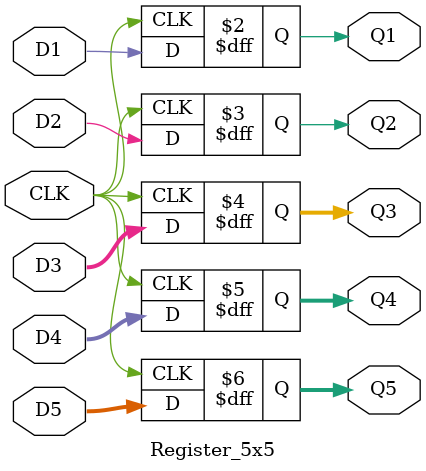
<source format=v>
`timescale 1ns / 1ps

module Register_5x5 #(parameter AWL = 6, DWL = 32, DEPTH = 2**AWL)
                     (input CLK,
                      input D1, D2, 
                      input [DWL-1:0] D3, D4, 
                      input [AWL-2:0] D5,
                      output reg Q1, Q2, 
                      output reg [DWL-1:0] Q3, Q4, 
                      output reg [AWL-2:0] Q5);
    
    always @ (posedge CLK) begin
        Q1 <= D1;
        Q2 <= D2;
        Q3 <= D3;
        Q4 <= D4;
        Q5 <= D5;
    end
    
endmodule

</source>
